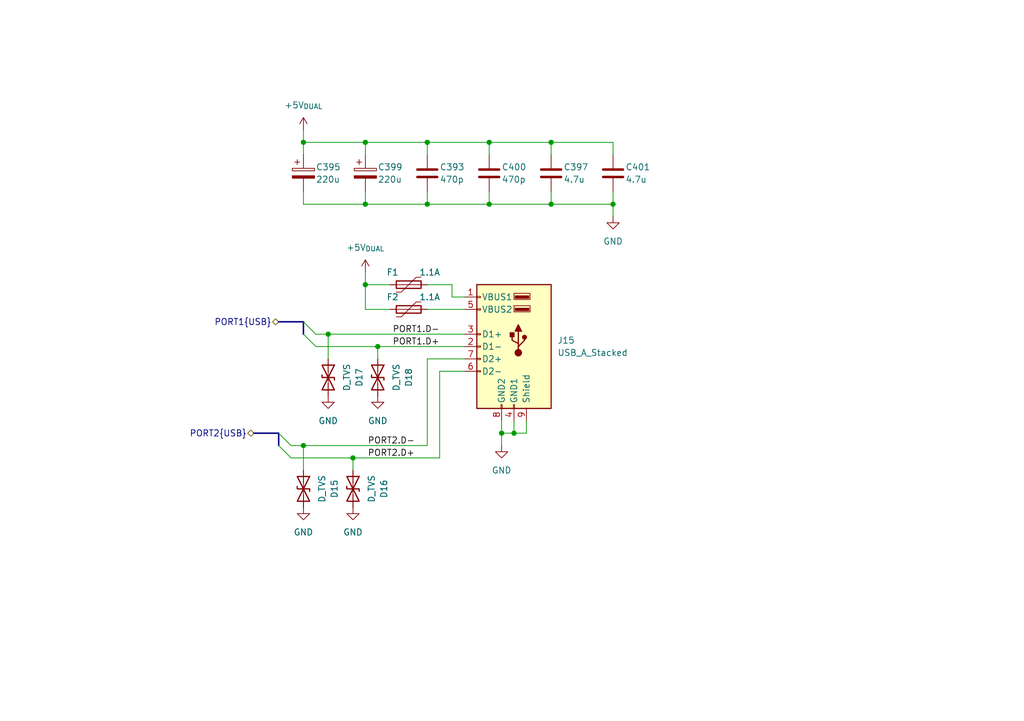
<source format=kicad_sch>
(kicad_sch (version 20250114) (generator "eeschema") (generator_version "9.0")
  (paper "A5")
  (lib_symbols
    (symbol "Connector:USB_A_Stacked" (pin_names (offset 1.016))
      (property "Reference" "J" (at 0 15.875 0))
      (property "Value" "USB_A_Stacked" (at 0 13.97 0))
      (symbol "USB_A_Stacked_0_1"
        (rectangle (start -7.62 12.7) (end 7.62 -12.7) (stroke (width 0.254)) (fill (type background)))
        (circle (center -2.159 1.905) (radius 0.381) (stroke (width 0.254)) (fill (type outline)))
        (polyline (pts (xy -1.524 3.175) (xy -0.254 3.175) (xy -0.889 4.445) (xy -1.524 3.175)) (stroke (width 0.254)) (fill (type outline)))
        (polyline (pts (xy -0.889 0) (xy -0.889 0.635) (xy 0.381 1.27) (xy 0.381 2.54)) (stroke (width 0.254)))
        (polyline (pts (xy -0.889 -0.635) (xy -0.889 0) (xy -2.159 1.27) (xy -2.159 1.905)) (stroke (width 0.254)))
        (circle (center -0.889 -1.27) (radius 0.635) (stroke (width 0.254)) (fill (type outline)))
        (rectangle (start -0.254 9.906) (end -3.048 10.414) (fill (type outline)))
        (rectangle (start -0.254 7.366) (end -3.048 7.874) (fill (type outline)))
        (rectangle (start -0.127 -12.7) (end 0.127 -11.938))
        (rectangle (start 0 9.652) (end -3.302 10.922))
        (rectangle (start 0 7.112) (end -3.302 8.382))
        (rectangle (start 0 2.794) (end 0.762 2.032) (stroke (width 0.254)) (fill (type outline)))
        (rectangle (start 2.413 -12.7) (end 2.667 -11.938))
        (rectangle (start 7.62 10.033) (end 6.858 10.287))
        (rectangle (start 7.62 7.493) (end 6.858 7.747))
        (rectangle (start 7.62 2.413) (end 6.858 2.667))
        (rectangle (start 7.62 -0.127) (end 6.858 0.127))
        (rectangle (start 7.62 -2.667) (end 6.858 -2.413))
        (rectangle (start 7.62 -5.207) (end 6.858 -4.953))
      )
      (symbol "USB_A_Stacked_1_1"
        (polyline (pts (xy -0.889 0.635) (xy -0.889 3.175)) (stroke (width 0.254)))
        (pin passive line (at -2.54 -15.24 90) (length 2.54) (name "Shield") (number "9"))
        (pin power_in line (at 0 -15.24 90) (length 2.54) (name "GND1") (number "4"))
        (pin power_in line (at 2.54 -15.24 90) (length 2.54) (name "GND2") (number "8"))
        (pin power_in line (at 10.16 10.16 180) (length 2.54) (name "VBUS1") (number "1"))
        (pin power_in line (at 10.16 7.62 180) (length 2.54) (name "VBUS2") (number "5"))
        (pin bidirectional line (at 10.16 2.54 180) (length 2.54) (name "D1+") (number "3"))
        (pin bidirectional line (at 10.16 0 180) (length 2.54) (name "D1-") (number "2"))
        (pin bidirectional line (at 10.16 -2.54 180) (length 2.54) (name "D2+") (number "7"))
        (pin bidirectional line (at 10.16 -5.08 180) (length 2.54) (name "D2-") (number "6"))
      )
    )
    (symbol "Device:C" (pin_numbers (hide yes)) (pin_names (offset 0.254))
      (property "Reference" "C" (at 0.635 2.54 0))
      (property "Value" "C" (at 0.635 -2.54 0))
      (symbol "C_0_1"
        (polyline (pts (xy -2.032 0.762) (xy 2.032 0.762)) (stroke (width 0.508)))
        (polyline (pts (xy -2.032 -0.762) (xy 2.032 -0.762)) (stroke (width 0.508)))
      )
      (symbol "C_1_1"
        (pin passive line (at 0 3.81 270) (length 2.794) (name "~") (number "1"))
        (pin passive line (at 0 -3.81 90) (length 2.794) (name "~") (number "2"))
      )
    )
    (symbol "Device:C_Polarized" (pin_numbers (hide yes)) (pin_names (offset 0.254))
      (property "Reference" "C" (at 0.635 2.54 0))
      (property "Value" "C_Polarized" (at 0.635 -2.54 0))
      (symbol "C_Polarized_0_1"
        (rectangle (start -2.286 0.508) (end 2.286 1.016))
        (polyline (pts (xy -1.778 2.286) (xy -0.762 2.286)))
        (polyline (pts (xy -1.27 2.794) (xy -1.27 1.778)))
        (rectangle (start 2.286 -0.508) (end -2.286 -1.016) (fill (type outline)))
      )
      (symbol "C_Polarized_1_1"
        (pin passive line (at 0 3.81 270) (length 2.794) (name "~") (number "1"))
        (pin passive line (at 0 -3.81 90) (length 2.794) (name "~") (number "2"))
      )
    )
    (symbol "Device:D_TVS" (pin_numbers (hide yes)) (pin_names (offset 1.016) (hide yes))
      (property "Reference" "D" (at 0 2.54 0))
      (property "Value" "D_TVS" (at 0 -2.54 0))
      (symbol "D_TVS_0_1"
        (polyline (pts (xy -2.54 1.27) (xy -2.54 -1.27) (xy 2.54 1.27) (xy 2.54 -1.27) (xy -2.54 1.27)) (stroke (width 0.254)))
        (polyline (pts (xy 0.508 1.27) (xy 0 1.27) (xy 0 -1.27) (xy -0.508 -1.27)) (stroke (width 0.254)))
        (polyline (pts (xy 1.27 0) (xy -1.27 0)))
      )
      (symbol "D_TVS_1_1"
        (pin passive line (at -3.81 0 0) (length 2.54) (name "A1") (number "1"))
        (pin passive line (at 3.81 0 180) (length 2.54) (name "A2") (number "2"))
      )
    )
    (symbol "Device:Polyfuse" (pin_numbers (hide yes)) (pin_names (offset 0))
      (property "Reference" "F" (at -2.54 0 90))
      (property "Value" "Polyfuse" (at 2.54 0 90))
      (symbol "Polyfuse_0_1"
        (polyline (pts (xy -1.524 2.54) (xy -1.524 1.524) (xy 1.524 -1.524) (xy 1.524 -2.54)))
        (rectangle (start -0.762 2.54) (end 0.762 -2.54) (stroke (width 0.254)))
        (polyline (pts (xy 0 2.54) (xy 0 -2.54)))
      )
      (symbol "Polyfuse_1_1"
        (pin passive line (at 0 3.81 270) (length 1.27) (name "~") (number "1"))
        (pin passive line (at 0 -3.81 90) (length 1.27) (name "~") (number "2"))
      )
    )
    (symbol "power:+5V" (power) (pin_numbers (hide yes)) (pin_names (offset 0) (hide yes))
      (property "Value" "+5V" (at 0 3.556 0))
      (symbol "+5V_0_1"
        (polyline (pts (xy -0.762 1.27) (xy 0 2.54)))
        (polyline (pts (xy 0 2.54) (xy 0.762 1.27)))
        (polyline (pts (xy 0 0) (xy 0 2.54)))
      )
      (symbol "+5V_1_1"
        (pin power_in line (at 0 0 90) (length 0) (name "~") (number "1"))
      )
    )
    (symbol "power:GND" (power) (pin_numbers (hide yes)) (pin_names (offset 0) (hide yes))
      (property "Value" "GND" (at 0 -3.81 0))
      (symbol "GND_0_1"
        (polyline (pts (xy 0 0) (xy 0 -1.27) (xy 1.27 -1.27) (xy 0 -2.54) (xy -1.27 -1.27) (xy 0 -1.27)))
      )
      (symbol "GND_1_1"
        (pin power_in line (at 0 0 270) (length 0) (name "~") (number "1"))
      )
    )
  )
  (junction (at 100.33 29.21))
  (junction (at 74.93 58.42))
  (junction (at 87.63 29.21))
  (junction (at 113.03 29.21))
  (junction (at 67.31 68.58))
  (junction (at 74.93 29.21))
  (junction (at 87.63 41.91))
  (junction (at 62.23 91.44))
  (junction (at 100.33 41.91))
  (junction (at 77.47 71.12))
  (junction (at 72.39 93.98))
  (junction (at 102.87 88.9))
  (junction (at 62.23 29.21))
  (junction (at 113.03 41.91))
  (junction (at 74.93 41.91))
  (junction (at 105.41 88.9))
  (junction (at 125.73 41.91))
  (bus_entry (at 57.15 88.9) (size 2.54 2.54))
  (bus_entry (at 62.23 68.58) (size 2.54 2.54))
  (bus_entry (at 57.15 91.44) (size 2.54 2.54))
  (bus_entry (at 62.23 66.04) (size 2.54 2.54))
  (wire (pts (xy 87.63 91.44) (xy 87.63 73.66)))
  (wire (pts (xy 74.93 41.91) (xy 87.63 41.91)))
  (wire (pts (xy 80.01 58.42) (xy 74.93 58.42)))
  (wire (pts (xy 95.25 60.96) (xy 92.71 60.96)))
  (wire (pts (xy 107.95 86.36) (xy 107.95 88.9)))
  (wire (pts (xy 125.73 39.37) (xy 125.73 41.91)))
  (wire (pts (xy 80.01 63.5) (xy 74.93 63.5)))
  (wire (pts (xy 74.93 29.21) (xy 62.23 29.21)))
  (wire (pts (xy 77.47 73.66) (xy 77.47 71.12)))
  (wire (pts (xy 125.73 31.75) (xy 125.73 29.21)))
  (wire (pts (xy 102.87 86.36) (xy 102.87 88.9)))
  (wire (pts (xy 72.39 93.98) (xy 90.17 93.98)))
  (wire (pts (xy 100.33 29.21) (xy 87.63 29.21)))
  (wire (pts (xy 87.63 73.66) (xy 95.25 73.66)))
  (wire (pts (xy 92.71 58.42) (xy 87.63 58.42)))
  (wire (pts (xy 62.23 39.37) (xy 62.23 41.91)))
  (wire (pts (xy 67.31 68.58) (xy 67.31 73.66)))
  (wire (pts (xy 125.73 41.91) (xy 125.73 44.45)))
  (wire (pts (xy 100.33 41.91) (xy 113.03 41.91)))
  (wire (pts (xy 87.63 29.21) (xy 74.93 29.21)))
  (wire (pts (xy 59.69 93.98) (xy 72.39 93.98)))
  (wire (pts (xy 113.03 39.37) (xy 113.03 41.91)))
  (wire (pts (xy 62.23 41.91) (xy 74.93 41.91)))
  (wire (pts (xy 113.03 29.21) (xy 100.33 29.21)))
  (wire (pts (xy 87.63 63.5) (xy 95.25 63.5)))
  (wire (pts (xy 100.33 39.37) (xy 100.33 41.91)))
  (wire (pts (xy 92.71 60.96) (xy 92.71 58.42)))
  (wire (pts (xy 74.93 63.5) (xy 74.93 58.42)))
  (wire (pts (xy 100.33 31.75) (xy 100.33 29.21)))
  (wire (pts (xy 77.47 71.12) (xy 95.25 71.12)))
  (wire (pts (xy 87.63 39.37) (xy 87.63 41.91)))
  (wire (pts (xy 113.03 41.91) (xy 125.73 41.91)))
  (bus (pts (xy 57.15 66.04) (xy 62.23 66.04)))
  (wire (pts (xy 62.23 26.67) (xy 62.23 29.21)))
  (wire (pts (xy 62.23 91.44) (xy 87.63 91.44)))
  (wire (pts (xy 113.03 31.75) (xy 113.03 29.21)))
  (wire (pts (xy 102.87 88.9) (xy 102.87 91.44)))
  (wire (pts (xy 125.73 29.21) (xy 113.03 29.21)))
  (wire (pts (xy 107.95 88.9) (xy 105.41 88.9)))
  (wire (pts (xy 62.23 29.21) (xy 62.23 31.75)))
  (wire (pts (xy 59.69 91.44) (xy 62.23 91.44)))
  (wire (pts (xy 74.93 39.37) (xy 74.93 41.91)))
  (wire (pts (xy 87.63 31.75) (xy 87.63 29.21)))
  (wire (pts (xy 72.39 96.52) (xy 72.39 93.98)))
  (wire (pts (xy 67.31 68.58) (xy 95.25 68.58)))
  (bus (pts (xy 52.07 88.9) (xy 57.15 88.9)))
  (wire (pts (xy 64.77 68.58) (xy 67.31 68.58)))
  (wire (pts (xy 74.93 58.42) (xy 74.93 55.88)))
  (wire (pts (xy 105.41 86.36) (xy 105.41 88.9)))
  (bus (pts (xy 62.23 66.04) (xy 62.23 68.58)))
  (wire (pts (xy 87.63 41.91) (xy 100.33 41.91)))
  (wire (pts (xy 95.25 76.2) (xy 90.17 76.2)))
  (wire (pts (xy 62.23 91.44) (xy 62.23 96.52)))
  (wire (pts (xy 74.93 29.21) (xy 74.93 31.75)))
  (wire (pts (xy 90.17 76.2) (xy 90.17 93.98)))
  (wire (pts (xy 105.41 88.9) (xy 102.87 88.9)))
  (wire (pts (xy 64.77 71.12) (xy 77.47 71.12)))
  (bus (pts (xy 57.15 88.9) (xy 57.15 91.44)))
  (label "PORT2.D-" (at 85.09 91.44 180))
  (label "PORT1.D-" (at 90.17 68.58 180))
  (label "PORT2.D+" (at 85.09 93.98 180))
  (label "PORT1.D+" (at 90.17 71.12 180))
  (hierarchical_label "PORT1{USB}" (shape bidirectional) (at 57.15 66.04 180))
  (hierarchical_label "PORT2{USB}" (shape bidirectional) (at 52.07 88.9 180))
  (symbol (lib_id "Device:D_TVS") (at 67.31 77.47 270) (unit 1)
    (property "Reference" "D17" (at 73.66 77.47 0))
    (property "Value" "D_TVS" (at 71.12 77.47 0))
    (property "Description" "Bidirectional transient-voltage-suppression diode" (effects (hide yes)))
    (instances (project "StingBurst" (path "" (reference "D17") (unit 1)) (path "" (reference "D20") (unit 1))))
  )
  (symbol (lib_id "Device:Polyfuse") (at 83.82 58.42 90) (unit 1)
    (property "Reference" "F1" (at 80.518 55.88 90))
    (property "Value" "1.1A" (at 88.138 55.88 90))
    (property "Description" "Resettable fuse, polymeric positive temperature coefficient" (effects (hide yes)))
    (instances (project "StingBurst" (path "" (reference "F1") (unit 1)) (path "" (reference "F3") (unit 1))))
  )
  (symbol (lib_id "Device:C") (at 113.03 35.56 0) (unit 1)
    (property "Reference" "C397" (at 115.57 34.29 0) (effects (justify left)))
    (property "Value" "4.7u" (at 115.57 36.83 0) (effects (justify left)))
    (property "Description" "Unpolarized capacitor" (effects (hide yes)))
    (instances (project "StingBurst" (path "" (reference "C397") (unit 1)) (path "" (reference "C398") (unit 1))))
  )
  (symbol (lib_id "Device:D_TVS") (at 77.47 77.47 270) (unit 1)
    (property "Reference" "D18" (at 83.82 77.47 0))
    (property "Value" "D_TVS" (at 81.28 77.47 0))
    (property "Description" "Bidirectional transient-voltage-suppression diode" (effects (hide yes)))
    (instances (project "StingBurst" (path "" (reference "D18") (unit 1)) (path "" (reference "D22") (unit 1))))
  )
  (symbol (lib_id "Device:C_Polarized") (at 62.23 35.56 0) (unit 1)
    (property "Reference" "C395" (at 64.77 34.29 0) (effects (justify left)))
    (property "Value" "220u" (at 64.77 36.83 0) (effects (justify left)))
    (property "Description" "Polarized capacitor" (effects (hide yes)))
    (instances (project "" (path "" (reference "C395") (unit 1)) (path "" (reference "C396") (unit 1))))
  )
  (symbol (lib_id "Device:D_TVS") (at 62.23 100.33 270) (unit 1)
    (property "Reference" "D15" (at 68.58 100.33 0))
    (property "Value" "D_TVS" (at 66.04 100.33 0))
    (property "Description" "Bidirectional transient-voltage-suppression diode" (effects (hide yes)))
    (instances (project "StingBurst" (path "" (reference "D15") (unit 1)) (path "" (reference "D19") (unit 1))))
  )
  (symbol (lib_id "power:GND") (at 125.73 44.45 0) (unit 1)
    (property "Reference" "#PWR0276" (effects (hide yes)))
    (property "Value" "GND" (at 125.73 49.53 0))
    (property "Description" "Power symbol creates a global label with name \"GND\" , ground" (effects (hide yes)))
    (instances (project "" (path "" (reference "#PWR0276") (unit 1)) (path "" (reference "#PWR0277") (unit 1))))
  )
  (symbol (lib_id "Device:C") (at 87.63 35.56 0) (unit 1)
    (property "Reference" "C393" (at 90.17 34.29 0) (effects (justify left)))
    (property "Value" "470p" (at 90.17 36.83 0) (effects (justify left)))
    (property "Description" "Unpolarized capacitor" (effects (hide yes)))
    (instances (project "StingBurst" (path "" (reference "C393") (unit 1)) (path "" (reference "C394") (unit 1))))
  )
  (symbol (lib_id "power:GND") (at 77.47 81.28 0) (unit 1)
    (property "Reference" "#PWR0266" (effects (hide yes)))
    (property "Value" "GND" (at 77.47 86.36 0))
    (property "Description" "Power symbol creates a global label with name \"GND\" , ground" (effects (hide yes)))
    (instances (project "StingBurst" (path "" (reference "#PWR0266") (unit 1)) (path "" (reference "#PWR0270") (unit 1))))
  )
  (symbol (lib_id "power:GND") (at 102.87 91.44 0) (unit 1)
    (property "Reference" "#PWR0261" (effects (hide yes)))
    (property "Value" "GND" (at 102.87 96.52 0))
    (property "Description" "Power symbol creates a global label with name \"GND\" , ground" (effects (hide yes)))
    (instances (project "StingBurst" (path "" (reference "#PWR0261") (unit 1)) (path "" (reference "#PWR0272") (unit 1))))
  )
  (symbol (lib_id "power:+5V") (at 62.23 26.67 0) (unit 1)
    (property "Reference" "#PWR0278" (effects (hide yes)))
    (property "Value" "+5V_{DUAL}" (at 62.23 21.59 0))
    (property "Description" "Power symbol creates a global label with name \"+5V\"" (effects (hide yes)))
    (instances (project "StingBurst" (path "" (reference "#PWR0278") (unit 1)) (path "" (reference "#PWR0279") (unit 1))))
  )
  (symbol (lib_id "Device:Polyfuse") (at 83.82 63.5 90) (unit 1)
    (property "Reference" "F2" (at 80.518 60.96 90))
    (property "Value" "1.1A" (at 88.138 60.96 90))
    (property "Description" "Resettable fuse, polymeric positive temperature coefficient" (effects (hide yes)))
    (instances (project "StingBurst" (path "" (reference "F2") (unit 1)) (path "" (reference "F4") (unit 1))))
  )
  (symbol (lib_id "power:GND") (at 67.31 81.28 0) (unit 1)
    (property "Reference" "#PWR0265" (effects (hide yes)))
    (property "Value" "GND" (at 67.31 86.36 0))
    (property "Description" "Power symbol creates a global label with name \"GND\" , ground" (effects (hide yes)))
    (instances (project "StingBurst" (path "" (reference "#PWR0265") (unit 1)) (path "" (reference "#PWR0267") (unit 1))))
  )
  (symbol (lib_id "Device:C") (at 125.73 35.56 0) (unit 1)
    (property "Reference" "C401" (at 128.27 34.29 0) (effects (justify left)))
    (property "Value" "4.7u" (at 128.27 36.83 0) (effects (justify left)))
    (property "Description" "Unpolarized capacitor" (effects (hide yes)))
    (instances (project "StingBurst" (path "" (reference "C401") (unit 1)) (path "" (reference "C404") (unit 1))))
  )
  (symbol (lib_id "power:+5V") (at 74.93 55.88 0) (unit 1)
    (property "Reference" "#PWR0271" (effects (hide yes)))
    (property "Value" "+5V_{DUAL}" (at 74.93 50.8 0))
    (property "Description" "Power symbol creates a global label with name \"+5V\"" (effects (hide yes)))
    (instances (project "StingBurst" (path "" (reference "#PWR0271") (unit 1)) (path "" (reference "#PWR0269") (unit 1))))
  )
  (symbol (lib_id "Device:C") (at 100.33 35.56 0) (unit 1)
    (property "Reference" "C400" (at 102.87 34.29 0) (effects (justify left)))
    (property "Value" "470p" (at 102.87 36.83 0) (effects (justify left)))
    (property "Description" "Unpolarized capacitor" (effects (hide yes)))
    (instances (project "StingBurst" (path "" (reference "C400") (unit 1)) (path "" (reference "C403") (unit 1))))
  )
  (symbol (lib_id "Connector:USB_A_Stacked") (at 105.41 71.12 0) (mirror y) (unit 1)
    (property "Reference" "J15" (at 114.3 69.8499 0) (effects (justify right)))
    (property "Value" "USB_A_Stacked" (at 114.3 72.3899 0) (effects (justify right)))
    (property "Description" "USB Type A connector, stacked" (effects (hide yes)))
    (instances (project "StingBurst" (path "" (reference "J15") (unit 1)) (path "" (reference "J17") (unit 1))))
  )
  (symbol (lib_id "Device:C_Polarized") (at 74.93 35.56 0) (unit 1)
    (property "Reference" "C399" (at 77.47 34.29 0) (effects (justify left)))
    (property "Value" "220u" (at 77.47 36.83 0) (effects (justify left)))
    (property "Description" "Polarized capacitor" (effects (hide yes)))
    (instances (project "StingBurst" (path "" (reference "C399") (unit 1)) (path "" (reference "C402") (unit 1))))
  )
  (symbol (lib_id "Device:D_TVS") (at 72.39 100.33 270) (unit 1)
    (property "Reference" "D16" (at 78.74 100.33 0))
    (property "Value" "D_TVS" (at 76.2 100.33 0))
    (property "Description" "Bidirectional transient-voltage-suppression diode" (effects (hide yes)))
    (instances (project "StingBurst" (path "" (reference "D16") (unit 1)) (path "" (reference "D21") (unit 1))))
  )
  (symbol (lib_id "power:GND") (at 72.39 104.14 0) (unit 1)
    (property "Reference" "#PWR0264" (effects (hide yes)))
    (property "Value" "GND" (at 72.39 109.22 0))
    (property "Description" "Power symbol creates a global label with name \"GND\" , ground" (effects (hide yes)))
    (instances (project "StingBurst" (path "" (reference "#PWR0264") (unit 1)) (path "" (reference "#PWR0268") (unit 1))))
  )
  (symbol (lib_id "power:GND") (at 62.23 104.14 0) (unit 1)
    (property "Reference" "#PWR0263" (effects (hide yes)))
    (property "Value" "GND" (at 62.23 109.22 0))
    (property "Description" "Power symbol creates a global label with name \"GND\" , ground" (effects (hide yes)))
    (instances (project "StingBurst" (path "" (reference "#PWR0263") (unit 1)) (path "" (reference "#PWR0262") (unit 1))))
  )
)
</source>
